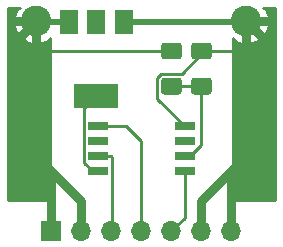
<source format=gbr>
%TF.GenerationSoftware,KiCad,Pcbnew,5.1.6-c6e7f7d~86~ubuntu18.04.1*%
%TF.CreationDate,2020-05-18T18:47:09-04:00*%
%TF.ProjectId,battery,62617474-6572-4792-9e6b-696361645f70,rev?*%
%TF.SameCoordinates,Original*%
%TF.FileFunction,Copper,L1,Top*%
%TF.FilePolarity,Positive*%
%FSLAX46Y46*%
G04 Gerber Fmt 4.6, Leading zero omitted, Abs format (unit mm)*
G04 Created by KiCad (PCBNEW 5.1.6-c6e7f7d~86~ubuntu18.04.1) date 2020-05-18 18:47:09*
%MOMM*%
%LPD*%
G01*
G04 APERTURE LIST*
%TA.AperFunction,ComponentPad*%
%ADD10O,1.700000X1.700000*%
%TD*%
%TA.AperFunction,ComponentPad*%
%ADD11R,1.700000X1.700000*%
%TD*%
%TA.AperFunction,ComponentPad*%
%ADD12C,2.600000*%
%TD*%
%TA.AperFunction,SMDPad,CuDef*%
%ADD13R,1.500000X2.000000*%
%TD*%
%TA.AperFunction,SMDPad,CuDef*%
%ADD14R,3.800000X2.000000*%
%TD*%
%TA.AperFunction,SMDPad,CuDef*%
%ADD15R,1.700000X0.650000*%
%TD*%
%TA.AperFunction,Conductor*%
%ADD16C,0.750000*%
%TD*%
%TA.AperFunction,Conductor*%
%ADD17C,0.250000*%
%TD*%
%TA.AperFunction,Conductor*%
%ADD18C,0.500000*%
%TD*%
%TA.AperFunction,Conductor*%
%ADD19C,0.254000*%
%TD*%
G04 APERTURE END LIST*
D10*
%TO.P,J1,7*%
%TO.N,GND*%
X151130000Y-101600000D03*
%TO.P,J1,6*%
X148590000Y-101600000D03*
%TO.P,J1,5*%
%TO.N,T*%
X146050000Y-101600000D03*
%TO.P,J1,4*%
%TO.N,SDA*%
X143510000Y-101600000D03*
%TO.P,J1,3*%
%TO.N,SCL*%
X140970000Y-101600000D03*
%TO.P,J1,2*%
%TO.N,12v*%
X138430000Y-101600000D03*
D11*
%TO.P,J1,1*%
X135890000Y-101600000D03*
%TD*%
D12*
%TO.P,J3,1*%
%TO.N,GND*%
X152400000Y-83820000D03*
%TD*%
%TO.P,J2,1*%
%TO.N,12v*%
X134620000Y-83820000D03*
%TD*%
D13*
%TO.P,U2,1*%
%TO.N,GND*%
X142000000Y-83870000D03*
%TO.P,U2,3*%
%TO.N,12v*%
X137400000Y-83870000D03*
%TO.P,U2,2*%
%TO.N,3.3v*%
X139700000Y-83870000D03*
D14*
X139700000Y-90170000D03*
%TD*%
D15*
%TO.P,U1,8*%
%TO.N,3.3v*%
X139860000Y-96520000D03*
%TO.P,U1,7*%
%TO.N,SCL*%
X139860000Y-95250000D03*
%TO.P,U1,6*%
%TO.N,Net-(U1-Pad6)*%
X139860000Y-93980000D03*
%TO.P,U1,5*%
%TO.N,SDA*%
X139860000Y-92710000D03*
%TO.P,U1,4*%
%TO.N,GND*%
X147160000Y-92710000D03*
%TO.P,U1,3*%
%TO.N,CurrentSensor*%
X147160000Y-93980000D03*
%TO.P,U1,2*%
%TO.N,VBatSensor*%
X147160000Y-95250000D03*
%TO.P,U1,1*%
%TO.N,T*%
X147160000Y-96520000D03*
%TD*%
%TO.P,R2,1*%
%TO.N,12v*%
%TA.AperFunction,SMDPad,CuDef*%
G36*
G01*
X145425000Y-85647500D02*
X146675000Y-85647500D01*
G75*
G02*
X146925000Y-85897500I0J-250000D01*
G01*
X146925000Y-86822500D01*
G75*
G02*
X146675000Y-87072500I-250000J0D01*
G01*
X145425000Y-87072500D01*
G75*
G02*
X145175000Y-86822500I0J250000D01*
G01*
X145175000Y-85897500D01*
G75*
G02*
X145425000Y-85647500I250000J0D01*
G01*
G37*
%TD.AperFunction*%
%TO.P,R2,2*%
%TO.N,VBatSensor*%
%TA.AperFunction,SMDPad,CuDef*%
G36*
G01*
X145425000Y-88622500D02*
X146675000Y-88622500D01*
G75*
G02*
X146925000Y-88872500I0J-250000D01*
G01*
X146925000Y-89797500D01*
G75*
G02*
X146675000Y-90047500I-250000J0D01*
G01*
X145425000Y-90047500D01*
G75*
G02*
X145175000Y-89797500I0J250000D01*
G01*
X145175000Y-88872500D01*
G75*
G02*
X145425000Y-88622500I250000J0D01*
G01*
G37*
%TD.AperFunction*%
%TD*%
%TO.P,R1,1*%
%TO.N,GND*%
%TA.AperFunction,SMDPad,CuDef*%
G36*
G01*
X147965000Y-85647500D02*
X149215000Y-85647500D01*
G75*
G02*
X149465000Y-85897500I0J-250000D01*
G01*
X149465000Y-86822500D01*
G75*
G02*
X149215000Y-87072500I-250000J0D01*
G01*
X147965000Y-87072500D01*
G75*
G02*
X147715000Y-86822500I0J250000D01*
G01*
X147715000Y-85897500D01*
G75*
G02*
X147965000Y-85647500I250000J0D01*
G01*
G37*
%TD.AperFunction*%
%TO.P,R1,2*%
%TO.N,VBatSensor*%
%TA.AperFunction,SMDPad,CuDef*%
G36*
G01*
X147965000Y-88622500D02*
X149215000Y-88622500D01*
G75*
G02*
X149465000Y-88872500I0J-250000D01*
G01*
X149465000Y-89797500D01*
G75*
G02*
X149215000Y-90047500I-250000J0D01*
G01*
X147965000Y-90047500D01*
G75*
G02*
X147715000Y-89797500I0J250000D01*
G01*
X147715000Y-88872500D01*
G75*
G02*
X147965000Y-88622500I250000J0D01*
G01*
G37*
%TD.AperFunction*%
%TD*%
D16*
%TO.N,GND*%
X148590000Y-101600000D02*
X148590000Y-99060000D01*
X148590000Y-99060000D02*
X152400000Y-95250000D01*
D17*
X144849990Y-88634320D02*
X145186820Y-88297490D01*
X147160000Y-92710000D02*
X144849990Y-90399990D01*
X144849990Y-90399990D02*
X144849990Y-88634320D01*
X148590000Y-86620670D02*
X148590000Y-86360000D01*
X146913180Y-88297490D02*
X148590000Y-86620670D01*
X145186820Y-88297490D02*
X146913180Y-88297490D01*
D18*
X142000000Y-83870000D02*
X152350000Y-83870000D01*
D17*
X148590000Y-86360000D02*
X152400000Y-86360000D01*
D16*
X151130000Y-101600000D02*
X151130000Y-97155000D01*
X152400000Y-83820000D02*
X154305000Y-83820000D01*
X152400000Y-83820000D02*
X153670000Y-85090000D01*
X152400000Y-83820000D02*
X152400000Y-86360000D01*
D17*
%TO.N,3.3v*%
X138684999Y-95835001D02*
X139369998Y-96520000D01*
X139700000Y-90170000D02*
X138684999Y-91185001D01*
X138684999Y-91185001D02*
X138684999Y-95835001D01*
X139369998Y-96520000D02*
X139860000Y-96520000D01*
%TO.N,VBatSensor*%
X146050000Y-89335000D02*
X148590000Y-89335000D01*
X148590000Y-94310002D02*
X147650002Y-95250000D01*
X148590000Y-89335000D02*
X148590000Y-94310002D01*
X147650002Y-95250000D02*
X147320000Y-95250000D01*
D16*
%TO.N,12v*%
X135890000Y-101600000D02*
X135890000Y-97790000D01*
X135890000Y-97790000D02*
X134620000Y-96520000D01*
X138430000Y-101600000D02*
X138430000Y-99060000D01*
D18*
X137400000Y-83870000D02*
X134670000Y-83870000D01*
D17*
X146050000Y-86360000D02*
X134620000Y-86360000D01*
D16*
X135890000Y-97155000D02*
X136207500Y-96837500D01*
X135890000Y-101600000D02*
X135890000Y-97155000D01*
X138430000Y-99060000D02*
X136207500Y-96837500D01*
X136207500Y-96837500D02*
X134620000Y-95250000D01*
X135255000Y-83185000D02*
X133350000Y-85090000D01*
X134620000Y-83820000D02*
X134620000Y-86360000D01*
X134620000Y-83820000D02*
X132715000Y-83820000D01*
D17*
%TO.N,SCL*%
X141035001Y-95325001D02*
X141035001Y-101534999D01*
X141035001Y-101534999D02*
X140970000Y-101600000D01*
X140960000Y-95250000D02*
X141035001Y-95325001D01*
X139860000Y-95250000D02*
X140960000Y-95250000D01*
%TO.N,SDA*%
X139860000Y-92710000D02*
X142240000Y-92710000D01*
X143510000Y-93980000D02*
X143510000Y-101600000D01*
X142240000Y-92710000D02*
X143510000Y-93980000D01*
%TO.N,T*%
X147160000Y-100490000D02*
X146050000Y-101600000D01*
X147160000Y-96520000D02*
X147160000Y-100490000D01*
%TD*%
D19*
%TO.N,GND*%
G36*
X154788001Y-98933000D02*
G01*
X151257000Y-98933000D01*
X151257000Y-85228760D01*
X151362317Y-85464312D01*
X151703045Y-85635159D01*
X152070557Y-85736250D01*
X152450729Y-85763701D01*
X152828951Y-85716457D01*
X153190690Y-85596333D01*
X153437683Y-85464312D01*
X153569619Y-85169224D01*
X152400000Y-83999605D01*
X152385858Y-84013748D01*
X152206253Y-83834143D01*
X152220395Y-83820000D01*
X152206253Y-83805858D01*
X152385858Y-83626253D01*
X152400000Y-83640395D01*
X152414143Y-83626253D01*
X152593748Y-83805858D01*
X152579605Y-83820000D01*
X153749224Y-84989619D01*
X154044312Y-84857683D01*
X154215159Y-84516955D01*
X154316250Y-84149443D01*
X154343701Y-83769271D01*
X154296457Y-83391049D01*
X154176333Y-83029310D01*
X154044312Y-82782317D01*
X153808760Y-82677000D01*
X154788000Y-82677000D01*
X154788001Y-98933000D01*
G37*
X154788001Y-98933000D02*
X151257000Y-98933000D01*
X151257000Y-85228760D01*
X151362317Y-85464312D01*
X151703045Y-85635159D01*
X152070557Y-85736250D01*
X152450729Y-85763701D01*
X152828951Y-85716457D01*
X153190690Y-85596333D01*
X153437683Y-85464312D01*
X153569619Y-85169224D01*
X152400000Y-83999605D01*
X152385858Y-84013748D01*
X152206253Y-83834143D01*
X152220395Y-83820000D01*
X152206253Y-83805858D01*
X152385858Y-83626253D01*
X152400000Y-83640395D01*
X152414143Y-83626253D01*
X152593748Y-83805858D01*
X152579605Y-83820000D01*
X153749224Y-84989619D01*
X154044312Y-84857683D01*
X154215159Y-84516955D01*
X154316250Y-84149443D01*
X154343701Y-83769271D01*
X154296457Y-83391049D01*
X154176333Y-83029310D01*
X154044312Y-82782317D01*
X153808760Y-82677000D01*
X154788000Y-82677000D01*
X154788001Y-98933000D01*
%TO.N,12v*%
G36*
X132975688Y-82782317D02*
G01*
X132804841Y-83123045D01*
X132703750Y-83490557D01*
X132676299Y-83870729D01*
X132723543Y-84248951D01*
X132843667Y-84610690D01*
X132975688Y-84857683D01*
X133270776Y-84989619D01*
X134440395Y-83820000D01*
X134426253Y-83805858D01*
X134605858Y-83626253D01*
X134620000Y-83640395D01*
X134634143Y-83626253D01*
X134813748Y-83805858D01*
X134799605Y-83820000D01*
X134813748Y-83834143D01*
X134634143Y-84013748D01*
X134620000Y-83999605D01*
X133450381Y-85169224D01*
X133582317Y-85464312D01*
X133923045Y-85635159D01*
X134290557Y-85736250D01*
X134670729Y-85763701D01*
X135048951Y-85716457D01*
X135410690Y-85596333D01*
X135657683Y-85464312D01*
X135763000Y-85228760D01*
X135763000Y-98933000D01*
X132232000Y-98933000D01*
X132232000Y-82677000D01*
X133211240Y-82677000D01*
X132975688Y-82782317D01*
G37*
X132975688Y-82782317D02*
X132804841Y-83123045D01*
X132703750Y-83490557D01*
X132676299Y-83870729D01*
X132723543Y-84248951D01*
X132843667Y-84610690D01*
X132975688Y-84857683D01*
X133270776Y-84989619D01*
X134440395Y-83820000D01*
X134426253Y-83805858D01*
X134605858Y-83626253D01*
X134620000Y-83640395D01*
X134634143Y-83626253D01*
X134813748Y-83805858D01*
X134799605Y-83820000D01*
X134813748Y-83834143D01*
X134634143Y-84013748D01*
X134620000Y-83999605D01*
X133450381Y-85169224D01*
X133582317Y-85464312D01*
X133923045Y-85635159D01*
X134290557Y-85736250D01*
X134670729Y-85763701D01*
X135048951Y-85716457D01*
X135410690Y-85596333D01*
X135657683Y-85464312D01*
X135763000Y-85228760D01*
X135763000Y-98933000D01*
X132232000Y-98933000D01*
X132232000Y-82677000D01*
X133211240Y-82677000D01*
X132975688Y-82782317D01*
%TD*%
M02*

</source>
